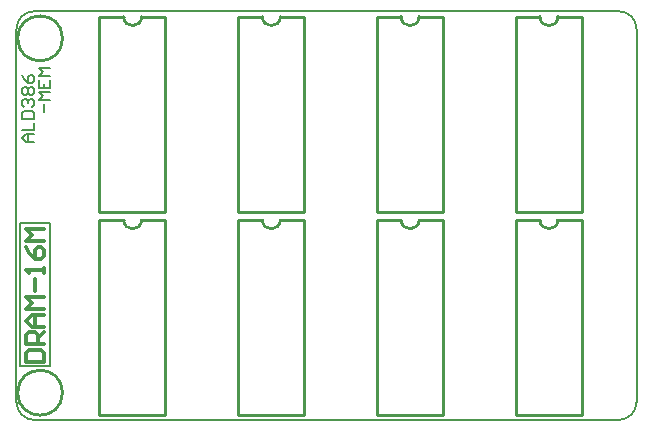
<source format=gto>
%FSLAX44Y44*%
%MOMM*%
G71*
G01*
G75*
%ADD10O,2.0320X0.6096*%
%ADD11C,0.2000*%
%ADD12C,0.2032*%
%ADD13C,0.8000*%
%ADD14C,1.0000*%
%ADD15C,3.6000*%
%ADD16C,0.4000*%
%ADD17C,1.2000*%
%ADD18C,1.0160*%
%ADD19C,1.1000*%
%ADD20C,1.4000*%
%ADD21C,1.5000*%
%ADD22R,0.9398X1.0160*%
%ADD23R,0.9400X1.0160*%
%ADD24R,2.2000X0.3600*%
%ADD25R,3.0000X1.0000*%
%ADD26R,0.9652X0.8890*%
%ADD27R,0.8890X0.9652*%
%ADD28C,0.4000*%
%ADD29C,0.1500*%
%ADD30C,0.2540*%
%ADD31C,0.3000*%
D11*
X-435500Y-59000D02*
X-442164D01*
X-445497Y-55668D01*
X-442164Y-52336D01*
X-435500D01*
X-440498D01*
Y-59000D01*
X-445497Y-49003D02*
X-435500D01*
Y-42339D01*
X-445497Y-39006D02*
X-435500D01*
Y-34008D01*
X-437166Y-32342D01*
X-443831D01*
X-445497Y-34008D01*
Y-39006D01*
X-443831Y-29010D02*
X-445497Y-27343D01*
Y-24011D01*
X-443831Y-22345D01*
X-442164D01*
X-440498Y-24011D01*
Y-25677D01*
Y-24011D01*
X-438832Y-22345D01*
X-437166D01*
X-435500Y-24011D01*
Y-27343D01*
X-437166Y-29010D01*
X-443831Y-19013D02*
X-445497Y-17347D01*
Y-14015D01*
X-443831Y-12348D01*
X-442164D01*
X-440498Y-14015D01*
X-438832Y-12348D01*
X-437166D01*
X-435500Y-14015D01*
Y-17347D01*
X-437166Y-19013D01*
X-438832D01*
X-440498Y-17347D01*
X-442164Y-19013D01*
X-443831D01*
X-440498Y-17347D02*
Y-14015D01*
X-445497Y-2352D02*
X-443831Y-5684D01*
X-440498Y-9016D01*
X-437166D01*
X-435500Y-7350D01*
Y-4018D01*
X-437166Y-2352D01*
X-438832D01*
X-440498Y-4018D01*
Y-9016D01*
X-426248Y-33000D02*
Y-26335D01*
X-421250Y-23003D02*
X-431247D01*
X-427915Y-19671D01*
X-431247Y-16339D01*
X-421250D01*
X-431247Y-6342D02*
Y-13007D01*
X-421250D01*
Y-6342D01*
X-426248Y-13007D02*
Y-9674D01*
X-421250Y-3010D02*
X-431247D01*
X-427915Y323D01*
X-431247Y3655D01*
X-421250D01*
D29*
X-435000Y52000D02*
G03*
X-450000Y37000I0J-15000D01*
G01*
X-450000Y-279000D02*
G03*
X-435000Y-294000I15000J0D01*
G01*
X60000D02*
G03*
X75000Y-279000I0J15000D01*
G01*
Y37000D02*
G03*
X60000Y52000I-15000J0D01*
G01*
X-435000D02*
X60000D01*
X-450000Y-279000D02*
Y37000D01*
X75000Y-278750D02*
Y37250D01*
X-435000Y-294000D02*
X60000D01*
X-447000Y-248750D02*
X-421250D01*
Y-127250D01*
X-447000D02*
X-421250D01*
X-447000Y-248750D02*
Y-127250D01*
D30*
X-359285Y47350D02*
G03*
X-344042Y47350I7622J0D01*
G01*
X-241785Y-124650D02*
G03*
X-226542Y-124650I7622J0D01*
G01*
X-359285D02*
G03*
X-344042Y-124650I7622J0D01*
G01*
X-6785Y47350D02*
G03*
X8458Y47350I7622J0D01*
G01*
X-241785D02*
G03*
X-226542Y47350I7622J0D01*
G01*
X-6785Y-124650D02*
G03*
X8458Y-124650I7622J0D01*
G01*
X-124285D02*
G03*
X-109042Y-124650I7622J0D01*
G01*
X-124285Y47350D02*
G03*
X-109042Y47350I7622J0D01*
G01*
X-411000Y29000D02*
G03*
X-411000Y29000I-19000J0D01*
G01*
Y-271000D02*
G03*
X-411000Y-271000I-19000J0D01*
G01*
X-379760Y-117750D02*
Y47350D01*
Y-117750D02*
X-323880D01*
Y47350D01*
X-344042D02*
X-323880D01*
X-379760D02*
X-359285D01*
X-262260Y-289750D02*
Y-124650D01*
Y-289750D02*
X-206380D01*
Y-124650D01*
X-226542D02*
X-206380D01*
X-262260D02*
X-241785D01*
X-379760Y-289750D02*
Y-124650D01*
Y-289750D02*
X-323880D01*
Y-124650D01*
X-344042D02*
X-323880D01*
X-379760D02*
X-359285D01*
X-27260Y47350D02*
X-6785D01*
X8458D02*
X28620D01*
Y-117750D02*
Y47350D01*
X-27260Y-117750D02*
X28620D01*
X-27260D02*
Y47350D01*
X-262260D02*
X-241785D01*
X-226542D02*
X-206380D01*
Y-117750D02*
Y47350D01*
X-262260Y-117750D02*
X-206380D01*
X-262260D02*
Y47350D01*
X-27260Y-124650D02*
X-6785D01*
X8458D02*
X28620D01*
Y-289750D02*
Y-124650D01*
X-27260Y-289750D02*
X28620D01*
X-27260D02*
Y-124650D01*
X-144760D02*
X-124285D01*
X-109042D02*
X-88880D01*
Y-289750D02*
Y-124650D01*
X-144760Y-289750D02*
X-88880D01*
X-144760D02*
Y-124650D01*
Y-117750D02*
Y47350D01*
Y-117750D02*
X-88880D01*
Y47350D01*
X-109042D02*
X-88880D01*
X-144760D02*
X-124285D01*
D31*
X-441995Y-245000D02*
X-427000D01*
Y-237502D01*
X-429499Y-235003D01*
X-439496D01*
X-441995Y-237502D01*
Y-245000D01*
X-427000Y-230005D02*
X-441995D01*
Y-222507D01*
X-439496Y-220008D01*
X-434498D01*
X-431998Y-222507D01*
Y-230005D01*
Y-225007D02*
X-427000Y-220008D01*
Y-215010D02*
X-436997D01*
X-441995Y-210011D01*
X-436997Y-205013D01*
X-427000D01*
X-434498D01*
Y-215010D01*
X-427000Y-200015D02*
X-441995D01*
X-436997Y-195016D01*
X-441995Y-190018D01*
X-427000D01*
X-434498Y-185019D02*
Y-175023D01*
X-427000Y-170024D02*
Y-165026D01*
Y-167525D01*
X-441995D01*
X-439496Y-170024D01*
X-441995Y-147532D02*
X-439496Y-152530D01*
X-434498Y-157528D01*
X-429499D01*
X-427000Y-155029D01*
Y-150031D01*
X-429499Y-147532D01*
X-431998D01*
X-434498Y-150031D01*
Y-157528D01*
X-427000Y-142533D02*
X-441995D01*
X-436997Y-137535D01*
X-441995Y-132536D01*
X-427000D01*
M02*

</source>
